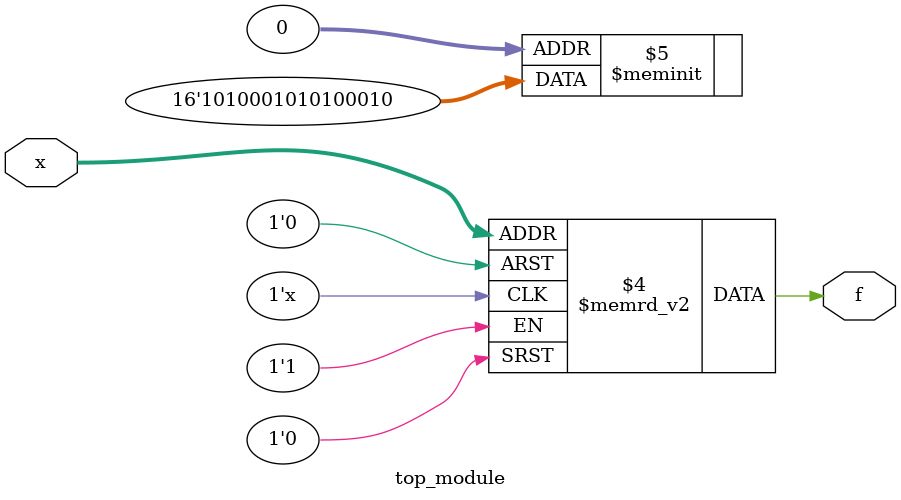
<source format=sv>
module top_module (
    input [4:1] x,
    output logic f
);

always_comb begin
    case (x)
        4'b0001, 4'b0101, 4'b1001, 4'b1101: f = 1'b1;
        4'b0010, 4'b0011, 4'b0110, 4'b1010, 4'b1011, 4'b1100: f = 1'b0;
        4'b0111, 4'b1111: f = 1'b1;
        4'b1000, 4'b1110: f = 1'b0;
        default: f = 1'b0; // Use don't-care as 0
    endcase
end

endmodule

</source>
